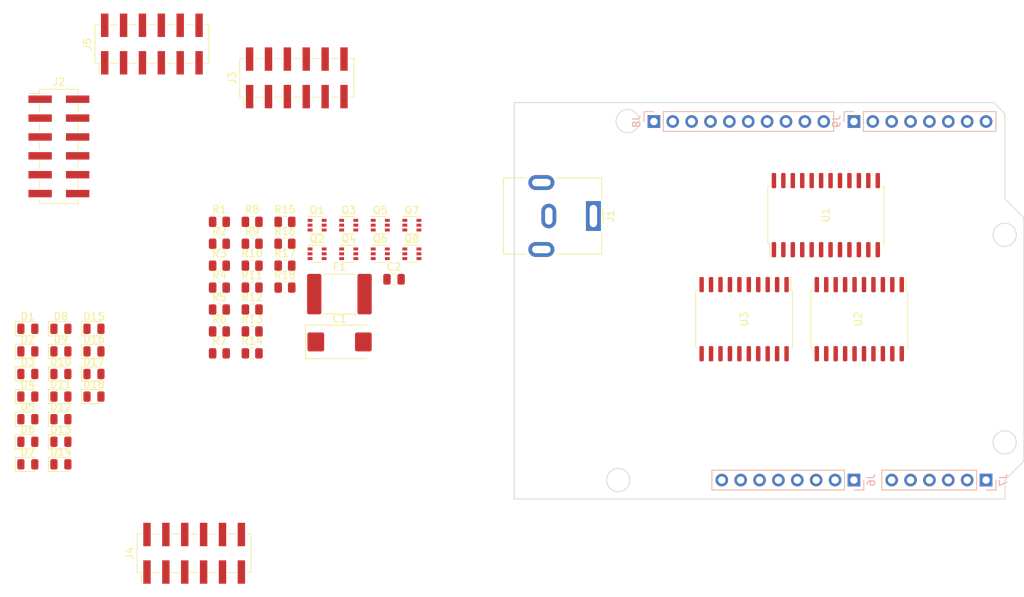
<source format=kicad_pcb>
(kicad_pcb (version 20221018) (generator pcbnew)
  (layers (0 "F.Cu" signal) (31 "B.Cu" signal) (34 "B.Paste" user) (35 "F.Paste" user) (36 "B.SilkS" user "B.Silkscreen") (37 "F.SilkS" user "F.Silkscreen") (38 "B.Mask" user) (39 "F.Mask" user) (44 "Edge.Cuts" user))
  (net 0 "")
  (net 1 "+9V")
  (net 2 "GND")
  (net 3 "+5V")
  (net 4 "Net-(D1-K)")
  (net 5 "Net-(D1-A)")
  (net 6 "Net-(D2-K)")
  (net 7 "Net-(D2-A)")
  (net 8 "Net-(D3-K)")
  (net 9 "Net-(D3-A)")
  (net 10 "Net-(D4-K)")
  (net 11 "Net-(D4-A)")
  (net 12 "Net-(D5-K)")
  (net 13 "Net-(D5-A)")
  (net 14 "Net-(D6-K)")
  (net 15 "Net-(D6-A)")
  (net 16 "Net-(D7-K)")
  (net 17 "Net-(D7-A)")
  (net 18 "Net-(D8-K)")
  (net 19 "Net-(D8-A)")
  (net 20 "Net-(D9-K)")
  (net 21 "Net-(D9-A)")
  (net 22 "Net-(D10-K)")
  (net 23 "Net-(D10-A)")
  (net 24 "Net-(D11-K)")
  (net 25 "Net-(D11-A)")
  (net 26 "Net-(D12-K)")
  (net 27 "Net-(D12-A)")
  (net 28 "Net-(D13-K)")
  (net 29 "Net-(D13-A)")
  (net 30 "Net-(D14-K)")
  (net 31 "Net-(D14-A)")
  (net 32 "Net-(D15-K)")
  (net 33 "Net-(D15-A)")
  (net 34 "Net-(D16-K)")
  (net 35 "Net-(D16-A)")
  (net 36 "Net-(D17-A)")
  (net 37 "Net-(D18-A)")
  (net 38 "/9V_IN")
  (net 39 "2-CS")
  (net 40 "DIN")
  (net 41 "~{RDY}")
  (net 42 "~{RST}")
  (net 43 "DOUT")
  (net 44 "+3V3")
  (net 45 "2-CS_T1")
  (net 46 "2-CS_T2")
  (net 47 "CLK")
  (net 48 "2-CS_T3")
  (net 49 "1-CS")
  (net 50 "1-CS_T1")
  (net 51 "1-CS_T2")
  (net 52 "1-CS_T3")
  (net 53 "3-CS")
  (net 54 "3-CS_T1")
  (net 55 "3-CS_T2")
  (net 56 "3-CS_T3")
  (net 57 "4-CS")
  (net 59 "4-CS_T1")
  (net 60 "4-CS_T2")
  (net 61 "4-CS_T3")
  (net 62 "Vin")
  (net 63 "Reset")
  (net 64 "IOREF")
  (net 66 "A5")
  (net 67 "A4")
  (net 68 "A3")
  (net 69 "A2")
  (net 70 "A1")
  (net 71 "A0")
  (net 72 "SCL")
  (net 73 "SDA")
  (net 74 "AREF")
  (net 75 "D13")
  (net 76 "D12")
  (net 77 "D11")
  (net 78 "D10")
  (net 79 "D9")
  (net 80 "D8")
  (net 81 "D7")
  (net 82 "D6")
  (net 83 "D3")
  (net 84 "Inv_4T1")
  (net 85 "Inv_4")
  (net 86 "Inv_3T3")
  (net 87 "Inv_3T2")
  (net 88 "Inv_3T1")
  (net 89 "Inv_3")
  (net 90 "Inv_2T3")
  (net 91 "Inv_2T2")
  (net 92 "Inv_2T1")
  (net 93 "Inv_2")
  (net 94 "Inv_1T3")
  (net 95 "Inv_1T2")
  (net 96 "Inv_4T3")
  (net 97 "Inv_4T2")
  (net 98 "Inv_1T1")
  (net 99 "Inv_1")
  (footprint "Resistor_SMD:R_0805_2012Metric" (layer "F.Cu") (at 81.305 109.7)
    (fp_text reference "R12" (at 0 -1.65) (layer "F.SilkS"))
    (fp_text value "1K")
    (pad "1" smd roundrect (at -0.9125 0) (size 1.025 1.4) (layers "F.Cu" "F.Paste" "F.Mask") (roundrect_rratio 0.243902) (net 3 "+5V"))
    (pad "2" smd roundrect (at 0.9125 0) (size 1.025 1.4) (layers "F.Cu" "F.Paste" "F.Mask") (roundrect_rratio 0.243902) (net 27 "Net-(D12-A)"))
  )
  (footprint "LED_SMD:LED_0805_2012Metric" (layer "F.Cu") (at 60.015 118.375)
    (fp_text reference "D17" (at 0 -1.65) (layer "F.SilkS"))
    (fp_text value "GREEN LED")
    (pad "1" smd roundrect (at -0.9375 0) (size 0.975 1.4) (layers "F.Cu" "F.Paste" "F.Mask") (net 2 "GND"))
    (pad "2" smd roundrect (at 0.9375 0) (size 0.975 1.4) (layers "F.Cu" "F.Paste" "F.Mask") (net 36 "Net-(D17-A)"))
  )
  (footprint "Resistor_SMD:R_0805_2012Metric" (layer "F.Cu") (at 85.715 97.9)
    (fp_text reference "R15" (at 0 -1.65) (layer "F.SilkS"))
    (fp_text value "1K")
    (pad "1" smd roundrect (at -0.9125 0) (size 1.025 1.4) (layers "F.Cu" "F.Paste" "F.Mask") (roundrect_rratio 0.243902) (net 3 "+5V"))
    (pad "2" smd roundrect (at 0.9125 0) (size 1.025 1.4) (layers "F.Cu" "F.Paste" "F.Mask") (roundrect_rratio 0.243902) (net 33 "Net-(D15-A)"))
  )
  (footprint "Connector_PinHeader_2.54mm:PinHeader_2x06_P2.54mm_Vertical_SMD" (layer "F.Cu") (at 87.31 78.525 90)
    (fp_text reference "J3" (at 0 -8.68 90) (layer "F.SilkS"))
    (fp_text value "PH2-12-UA")
    (pad "1" smd rect (at -2.525 -6.35 90) (size 3.15 1) (layers "F.Cu" "F.Paste" "F.Mask") (net 49 "1-CS"))
    (pad "2" smd rect (at 2.525 -6.35 90) (size 3.15 1) (layers "F.Cu" "F.Paste" "F.Mask") (net 40 "DIN"))
    (pad "3" smd rect (at -2.525 -3.81 90) (size 3.15 1) (layers "F.Cu" "F.Paste" "F.Mask") (net 41 "~{RDY}"))
    (pad "4" smd rect (at 2.525 -3.81 90) (size 3.15 1) (layers "F.Cu" "F.Paste" "F.Mask") (net 42 "~{RST}"))
    (pad "5" smd rect (at -2.525 -1.27 90) (size 3.15 1) (layers "F.Cu" "F.Paste" "F.Mask") (net 43 "DOUT"))
    (pad "6" smd rect (at 2.525 -1.27 90) (size 3.15 1) (layers "F.Cu" "F.Paste" "F.Mask") (net 44 "+3V3"))
    (pad "7" smd rect (at -2.525 1.27 90) (size 3.15 1) (layers "F.Cu" "F.Paste" "F.Mask") (net 50 "1-CS_T1"))
    (pad "8" smd rect (at 2.525 1.27 90) (size 3.15 1) (layers "F.Cu" "F.Paste" "F.Mask") (net 51 "1-CS_T2"))
    (pad "9" smd rect (at -2.525 3.81 90) (size 3.15 1) (layers "F.Cu" "F.Paste" "F.Mask") (net 1 "+9V"))
    (pad "10" smd rect (at 2.525 3.81 90) (size 3.15 1) (layers "F.Cu" "F.Paste" "F.Mask") (net 47 "CLK"))
    (pad "11" smd rect (at -2.525 6.35 90) (size 3.15 1) (layers "F.Cu" "F.Paste" "F.Mask") (net 52 "1-CS_T3"))
    (pad "12" smd rect (at 2.525 6.35 90) (size 3.15 1) (layers "F.Cu" "F.Paste" "F.Mask") (net 2 "GND"))
  )
  (footprint "Package_TO_SOT_SMD:SOT-363_SC-70-6" (layer "F.Cu") (at 94.295 102.2)
    (fp_text reference "Q4" (at 0 -2) (layer "F.SilkS"))
    (fp_text value "Q_Dual_NMOS_S1G1D2S2G2D1")
    (pad "1" smd rect (at -0.95 -0.65) (size 0.65 0.4) (layers "F.Cu" "F.Paste" "F.Mask") (net 90 "Inv_2T3"))
    (pad "2" smd rect (at -0.95 0) (size 0.65 0.4) (layers "F.Cu" "F.Paste" "F.Mask") (net 2 "GND"))
    (pad "3" smd rect (at -0.95 0.65) (size 0.65 0.4) (layers "F.Cu" "F.Paste" "F.Mask") (net 20 "Net-(D9-K)"))
    (pad "4" smd rect (at 0.95 0.65) (size 0.65 0.4) (layers "F.Cu" "F.Paste" "F.Mask") (net 91 "Inv_2T2"))
    (pad "5" smd rect (at 0.95 0) (size 0.65 0.4) (layers "F.Cu" "F.Paste" "F.Mask") (net 2 "GND"))
    (pad "6" smd rect (at 0.95 -0.65) (size 0.65 0.4) (layers "F.Cu" "F.Paste" "F.Mask") (net 16 "Net-(D7-K)"))
  )
  (footprint "LED_SMD:LED_0805_2012Metric" (layer "F.Cu") (at 55.565 124.455)
    (fp_text reference "D12" (at 0 -1.65) (layer "F.SilkS"))
    (fp_text value "BLUE LED")
    (pad "1" smd roundrect (at -0.9375 0) (size 0.975 1.4) (layers "F.Cu" "F.Paste" "F.Mask") (net 26 "Net-(D12-K)"))
    (pad "2" smd roundrect (at 0.9375 0) (size 0.975 1.4) (layers "F.Cu" "F.Paste" "F.Mask") (net 27 "Net-(D12-A)"))
  )
  (footprint "Package_TO_SOT_SMD:SOT-363_SC-70-6" (layer "F.Cu") (at 94.295 98.35)
    (fp_text reference "Q3" (at 0 -2) (layer "F.SilkS"))
    (fp_text value "Q_Dual_NMOS_S1G1D2S2G2D1")
    (pad "1" smd rect (at -0.95 -0.65) (size 0.65 0.4) (layers "F.Cu" "F.Paste" "F.Mask") (net 88 "Inv_3T1"))
    (pad "2" smd rect (at -0.95 0) (size 0.65 0.4) (layers "F.Cu" "F.Paste" "F.Mask") (net 2 "GND"))
    (pad "3" smd rect (at -0.95 0.65) (size 0.65 0.4) (layers "F.Cu" "F.Paste" "F.Mask") (net 12 "Net-(D5-K)"))
    (pad "4" smd rect (at 0.95 0.65) (size 0.65 0.4) (layers "F.Cu" "F.Paste" "F.Mask") (net 89 "Inv_3"))
    (pad "5" smd rect (at 0.95 0) (size 0.65 0.4) (layers "F.Cu" "F.Paste" "F.Mask") (net 2 "GND"))
    (pad "6" smd rect (at 0.95 -0.65) (size 0.65 0.4) (layers "F.Cu" "F.Paste" "F.Mask") (net 14 "Net-(D6-K)"))
  )
  (footprint "Package_SO:SOIC-24W_7.5x15.4mm_P1.27mm" (layer "F.Cu") (at 158.5 97 90)
    (fp_text reference "U1" (at 0 0 90) (layer "F.SilkS"))
    (fp_text value "CD74HCT154M")
    (pad "1" smd roundrect (at -4.65 -6.985 90) (size 2.05 0.6) (layers "F.Cu" "F.Paste" "F.Mask") (net 49 "1-CS"))
    (pad "2" smd roundrect (at -4.65 -5.715 90) (size 2.05 0.6) (layers "F.Cu" "F.Paste" "F.Mask") (net 50 "1-CS_T1"))
    (pad "3" smd roundrect (at -4.65 -4.445 90) (size 2.05 0.6) (layers "F.Cu" "F.Paste" "F.Mask") (net 51 "1-CS_T2"))
    (pad "4" smd roundrect (at -4.65 -3.175 90) (size 2.05 0.6) (layers "F.Cu" "F.Paste" "F.Mask") (net 52 "1-CS_T3"))
    (pad "5" smd roundrect (at -4.65 -1.905 90) (size 2.05 0.6) (layers "F.Cu" "F.Paste" "F.Mask") (net 39 "2-CS"))
    (pad "6" smd roundrect (at -4.65 -0.635 90) (size 2.05 0.6) (layers "F.Cu" "F.Paste" "F.Mask") (net 45 "2-CS_T1"))
    (pad "7" smd roundrect (at -4.65 0.635 90) (size 2.05 0.6) (layers "F.Cu" "F.Paste" "F.Mask") (net 46 "2-CS_T2"))
    (pad "8" smd roundrect (at -4.65 1.905 90) (size 2.05 0.6) (layers "F.Cu" "F.Paste" "F.Mask") (net 48 "2-CS_T3"))
    (pad "9" smd roundrect (at -4.65 3.175 90) (size 2.05 0.6) (layers "F.Cu" "F.Paste" "F.Mask") (net 53 "3-CS"))
    (pad "10" smd roundrect (at -4.65 4.445 90) (size 2.05 0.6) (layers "F.Cu" "F.Paste" "F.Mask") (net 54 "3-CS_T1"))
    (pad "11" smd roundrect (at -4.65 5.715 90) (size 2.05 0.6) (layers "F.Cu" "F.Paste" "F.Mask") (net 55 "3-CS_T2"))
    (pad "12" smd roundrect (at -4.65 6.985 90) (size 2.05 0.6) (layers "F.Cu" "F.Paste" "F.Mask") (net 2 "GND"))
    (pad "13" smd roundrect (at 4.65 6.985 90) (size 2.05 0.6) (layers "F.Cu" "F.Paste" "F.Mask") (net 56 "3-CS_T3"))
    (pad "14" smd roundrect (at 4.65 5.715 90) (size 2.05 0.6) (layers "F.Cu" "F.Paste" "F.Mask") (net 57 "4-CS"))
    (pad "15" smd roundrect (at 4.65 4.445 90) (size 2.05 0.6) (layers "F.Cu" "F.Paste" "F.Mask") (net 59 "4-CS_T1"))
    (pad "16" smd roundrect (at 4.65 3.175 90) (size 2.05 0.6) (layers "F.Cu" "F.Paste" "F.Mask") (net 60 "4-CS_T2"))
    (pad "17" smd roundrect (at 4.65 1.905 90) (size 2.05 0.6) (layers "F.Cu" "F.Paste" "F.Mask") (net 61 "4-CS_T3"))
    (pad "18" smd roundrect (at 4.65 0.635 90) (size 2.05 0.6) (layers "F.Cu" "F.Paste" "F.Mask") (net 2 "GND"))
    (pad "19" smd roundrect (at 4.65 -0.635 90) (size 2.05 0.6) (layers "F.Cu" "F.Paste" "F.Mask") (net 2 "GND"))
    (pad "20" smd roundrect (at 4.65 -1.905 90) (size 2.05 0.6) (layers "F.Cu" "F.Paste" "F.Mask") (net 80 "D8"))
    (pad "21" smd roundrect (at 4.65 -3.175 90) (size 2.05 0.6) (layers "F.Cu" "F.Paste" "F.Mask") (net 79 "D9"))
    (pad "22" smd roundrect (at 4.65 -4.445 90) (size 2.05 0.6) (layers "F.Cu" "F.Paste" "F.Mask") (net 78 "D10"))
    (pad "23" smd roundrect (at 4.65 -5.715 90) (size 2.05 0.6) (layers "F.Cu" "F.Paste" "F.Mask") (net 77 "D11"))
    (pad "24" smd roundrect (at 4.65 -6.985 90) (size 2.05 0.6) (layers "F.Cu" "F.Paste" "F.Mask") (net 3 "+5V"))
  )
  (footprint "Package_TO_SOT_SMD:SOT-363_SC-70-6" (layer "F.Cu") (at 98.545 98.35)
    (fp_text reference "Q5" (at 0 -2) (layer "F.SilkS"))
    (fp_text value "Q_Dual_NMOS_S1G1D2S2G2D1")
    (pad "1" smd rect (at -0.95 -0.65) (size 0.65 0.4) (layers "F.Cu" "F.Paste" "F.Mask") (net 92 "Inv_2T1"))
    (pad "2" smd rect (at -0.95 0) (size 0.65 0.4) (layers "F.Cu" "F.Paste" "F.Mask") (net 2 "GND"))
    (pad "3" smd rect (at -0.95 0.65) (size 0.65 0.4) (layers "F.Cu" "F.Paste" "F.Mask") (net 24 "Net-(D11-K)"))
    (pad "4" smd rect (at 0.95 0.65) (size 0.65 0.4) (layers "F.Cu" "F.Paste" "F.Mask") (net 93 "Inv_2"))
    (pad "5" smd rect (at 0.95 0) (size 0.65 0.4) (layers "F.Cu" "F.Paste" "F.Mask") (net 2 "GND"))
    (pad "6" smd rect (at 0.95 -0.65) (size 0.65 0.4) (layers "F.Cu" "F.Paste" "F.Mask") (net 18 "Net-(D8-K)"))
  )
  (footprint "Resistor_SMD:R_0805_2012Metric" (layer "F.Cu") (at 76.895 103.8)
    (fp_text reference "R3" (at 0 -1.65) (layer "F.SilkS"))
    (fp_text value "1K")
    (pad "1" smd roundrect (at -0.9125 0) (size 1.025 1.4) (layers "F.Cu" "F.Paste" "F.Mask") (roundrect_rratio 0.243902) (net 3 "+5V"))
    (pad "2" smd roundrect (at 0.9125 0) (size 1.025 1.4) (layers "F.Cu" "F.Paste" "F.Mask") (roundrect_rratio 0.243902) (net 9 "Net-(D3-A)"))
  )
  (footprint "Package_TO_SOT_SMD:SOT-363_SC-70-6" (layer "F.Cu") (at 90.045 102.2)
    (fp_text reference "Q2" (at 0 -2) (layer "F.SilkS"))
    (fp_text value "Q_Dual_NMOS_S1G1D2S2G2D1")
    (pad "1" smd rect (at -0.95 -0.65) (size 0.65 0.4) (layers "F.Cu" "F.Paste" "F.Mask") (net 86 "Inv_3T3"))
    (pad "2" smd rect (at -0.95 0) (size 0.65 0.4) (layers "F.Cu" "F.Paste" "F.Mask") (net 2 "GND"))
    (pad "3" smd rect (at -0.95 0.65) (size 0.65 0.4) (layers "F.Cu" "F.Paste" "F.Mask") (net 8 "Net-(D3-K)"))
    (pad "4" smd rect (at 0.95 0.65) (size 0.65 0.4) (layers "F.Cu" "F.Paste" "F.Mask") (net 87 "Inv_3T2"))
    (pad "5" smd rect (at 0.95 0) (size 0.65 0.4) (layers "F.Cu" "F.Paste" "F.Mask") (net 2 "GND"))
    (pad "6" smd rect (at 0.95 -0.65) (size 0.65 0.4) (layers "F.Cu" "F.Paste" "F.Mask") (net 10 "Net-(D4-K)"))
  )
  (footprint "LED_SMD:LED_0805_2012Metric" (layer "F.Cu") (at 55.565 118.375)
    (fp_text reference "D10" (at 0 -1.65) (layer "F.SilkS"))
    (fp_text value "BLUE LED")
    (pad "1" smd roundrect (at -0.9375 0) (size 0.975 1.4) (layers "F.Cu" "F.Paste" "F.Mask") (net 22 "Net-(D10-K)"))
    (pad "2" smd roundrect (at 0.9375 0) (size 0.975 1.4) (layers "F.Cu" "F.Paste" "F.Mask") (net 23 "Net-(D10-A)"))
  )
  (footprint "Connector_PinHeader_2.54mm:PinHeader_2x06_P2.54mm_Vertical_SMD" (layer "F.Cu") (at 67.81 73.975 90)
    (fp_text reference "J5" (at 0 -8.68 90) (layer "F.SilkS"))
    (fp_text value "PH2-12-UA")
    (pad "1" smd rect (at -2.525 -6.35 90) (size 3.15 1) (layers "F.Cu" "F.Paste" "F.Mask") (net 57 "4-CS"))
    (pad "2" smd rect (at 2.525 -6.35 90) (size 3.15 1) (layers "F.Cu" "F.Paste" "F.Mask") (net 40 "DIN"))
    (pad "3" smd rect (at -2.525 -3.81 90) (size 3.15 1) (layers "F.Cu" "F.Paste" "F.Mask") (net 41 "~{RDY}"))
    (pad "4" smd rect (at 2.525 -3.81 90) (size 3.15 1) (layers "F.Cu" "F.Paste" "F.Mask") (net 42 "~{RST}"))
    (pad "5" smd rect (at -2.525 -1.27 90) (size 3.15 1) (layers "F.Cu" "F.Paste" "F.Mask"))
    (pad "6" smd rect (at 2.525 -1.27 90) (size 3.15 1) (layers "F.Cu" "F.Paste" "F.Mask") (net 44 "+3V3"))
    (pad "7" smd rect (at -2.525 1.27 90) (size 3.15 1) (layers "F.Cu" "F.Paste" "F.Mask") (net 59 "4-CS_T1"))
    (pad "8" smd rect (at 2.525 1.27 90) (size 3.15 1) (layers "F.Cu" "F.Paste" "F.Mask") (net 60 "4-CS_T2"))
    (pad "9" smd rect (at -2.525 3.81 90) (size 3.15 1) (layers "F.Cu" "F.Paste" "F.Mask") (net 1 "+9V"))
    (pad "10" smd rect (at 2.525 3.81 90) (size 3.15 1) (layers "F.Cu" "F.Paste" "F.Mask") (net 47 "CLK"))
    (pad "11" smd rect (at -2.525 6.35 90) (size 3.15 1) (layers "F.Cu" "F.Paste" "F.Mask") (net 61 "4-CS_T3"))
    (pad "12" smd rect (at 2.525 6.35 90) (size 3.15 1) (layers "F.Cu" "F.Paste" "F.Mask") (net 2 "GND"))
  )
  (footprint "LED_SMD:LED_0805_2012Metric" (layer "F.Cu") (at 51.115 118.375)
    (fp_text reference "D3" (at 0 -1.65) (layer "F.SilkS"))
    (fp_text value "BLUE LED")
    (pad "1" smd roundrect (at -0.9375 0) (size 0.975 1.4) (layers "F.Cu" "F.Paste" "F.Mask") (net 8 "Net-(D3-K)"))
    (pad "2" smd roundrect (at 0.9375 0) (size 0.975 1.4) (layers "F.Cu" "F.Paste" "F.Mask") (net 9 "Net-(D3-A)"))
  )
  (footprint "Fuse:Fuse_2920_7451Metric" (layer "F.Cu") (at 93.045 107.63)
    (fp_text reference "F1" (at 0 -3.68) (layer "F.SilkS"))
    (fp_text value "0ZCF0125FF2C")
    (pad "1" smd roundrect (at -3.3875 0) (size 1.925 5.45) (layers "F.Cu" "F.Paste" "F.Mask") (roundrect_rratio 0.12987) (net 38 "/9V_IN"))
    (pad "2" smd roundrect (at 3.3875 0) (size 1.925 5.45) (layers "F.Cu" "F.Paste" "F.Mask") (roundrect_rratio 0.12987) (net 1 "+9V"))
  )
  (footprint "Resistor_SMD:R_0805_2012Metric" (layer "F.Cu") (at 81.305 103.8)
    (fp_text reference "R10" (at 0 -1.65) (layer "F.SilkS"))
    (fp_text value "1K")
    (pad "1" smd roundrect (at -0.9125 0) (size 1.025 1.4) (layers "F.Cu" "F.Paste" "F.Mask") (roundrect_rratio 0.243902) (net 3 "+5V"))
    (pad "2" smd roundrect (at 0.9125 0) (size 1.025 1.4) (layers "F.Cu" "F.Paste" "F.Mask") (roundrect_rratio 0.243902) (net 23 "Net-(D10-A)"))
  )
  (footprint "LED_SMD:LED_0805_2012Metric" (layer "F.Cu") (at 60.015 121.415)
    (fp_text reference "D18" (at 0 -1.65) (layer "F.SilkS"))
    (fp_text value "RED LED")
    (pad "1" smd roundrect (at -0.9375 0) (size 0.975 1.4) (layers "F.Cu" "F.Paste" "F.Mask") (net 2 "GND"))
    (pad "2" smd roundrect (at 0.9375 0) (size 0.975 1.4) (layers "F.Cu" "F.Paste" "F.Mask") (net 37 "Net-(D18-A)"))
  )
  (footprint "LED_SMD:LED_0805_2012Metric" (layer "F.Cu") (at 51.115 115.335)
    (fp_text reference "D2" (at 0 -1.65) (layer "F.SilkS"))
    (fp_text value "BLUE LED")
    (pad "1" smd roundrect (at -0.9375 0) (size 0.975 1.4) (layers "F.Cu" "F.Paste" "F.Mask") (net 6 "Net-(D2-K)"))
    (pad "2" smd roundrect (at 0.9375 0) (size 0.975 1.4) (layers "F.Cu" "F.Paste" "F.Mask") (net 7 "Net-(D2-A)"))
  )
  (footprint "Resistor_SMD:R_0805_2012Metric" (layer "F.Cu") (at 81.305 112.65)
    (fp_text reference "R13" (at 0 -1.65) (layer "F.SilkS"))
    (fp_text value "1K")
    (pad "1" smd roundrect (at -0.9125 0) (size 1.025 1.4) (layers "F.Cu" "F.Paste" "F.Mask") (roundrect_rratio 0.243902) (net 3 "+5V"))
    (pad "2" smd roundrect (at 0.9125 0) (size 1.025 1.4) (layers "F.Cu" "F.Paste" "F.Mask") (roundrect_rratio 0.243902) (net 29 "Net-(D13-A)"))
  )
  (footprint "LED_SMD:LED_0805_2012Metric" (layer "F.Cu") (at 55.565 112.295)
    (fp_text reference "D8" (at 0 -1.65) (layer "F.SilkS"))
    (fp_text value "BLUE LED")
    (pad "1" smd roundrect (at -0.9375 0) (size 0.975 1.4) (layers "F.Cu" "F.Paste" "F.Mask") (net 18 "Net-(D8-K)"))
    (pad "2" smd roundrect (at 0.9375 0) (size 0.975 1.4) (layers "F.Cu" "F.Paste" "F.Mask") (net 19 "Net-(D8-A)"))
  )
  (footprint "LED_SMD:LED_0805_2012Metric" (layer "F.Cu") (at 51.115 112.295)
    (fp_text reference "D1" (at 0 -1.65) (layer "F.SilkS"))
    (fp_text value "BLUE LED")
    (pad "1" smd roundrect (at -0.9375 0) (size 0.975 1.4) (layers "F.Cu" "F.Paste" "F.Mask") (net 4 "Net-(D1-K)"))
    (pad "2" smd roundrect (at 0.9375 0) (size 0.975 1.4) (layers "F.Cu" "F.Paste" "F.Mask") (net 5 "Net-(D1-A)"))
  )
  (footprint "Connector_PinHeader_2.54mm:PinHeader_2x06_P2.54mm_Vertical_SMD" (layer "F.Cu") (at 73.5 142.5 90)
    (fp_text reference "J4" (at 0 -8.68 90) (layer "F.SilkS"))
    (fp_text value "PH2-12-UA")
    (pad "1" smd rect (at -2.525 -6.35 90) (size 3.15 1) (layers "F.Cu" "F.Paste" "F.Mask") (net 53 "3-CS"))
    (pad "2" smd rect (at 2.525 -6.35 90) (size 3.15 1) (layers "F.Cu" "F.Paste" "F.Mask") (net 40 "DIN"))
    (pad "3" smd rect (at -2.525 -3.81 90) (size 3.15 1) (layers "F.Cu" "F.Paste" "F.Mask") (net 41 "~{RDY}"))
    (pad "4" smd rect (at 2.525 -3.81 90) (size 3.15 1) (layers "F.Cu" "F.Paste" "F.Mask") (net 42 "~{RST}"))
    (pad "5" smd rect (at -2.525 -1.27 90) (size 3.15 1) (layers "F.Cu" "F.Paste" "F.Mask") (net 43 "DOUT"))
    (pad "6" smd rect (at 2.525 -1.27 90) (size 3.15 1) (layers "F.Cu" "F.Paste" "F.Mask") (net 44 "+3V3"))
    (pad "7" smd rect (at -2.525 1.27 90) (size 3.15 1) (layers "F.Cu" "F.Paste" "F.Mask") (net 54 "3-CS_T1"))
    (pad "8" smd rect (at 2.525 1.27 90) (size 3.15 1) (layers "F.Cu" "F.Paste" "F.Mask") (net 55 "3-CS_T2"))
    (pad "9" smd rect (at -2.525 3.81 90) (size 3.15 1) (layers "F.Cu" "F.Paste" "F.Mask") (net 1 "+9V"))
    (pad "10" smd rect (at 2.525 3.81 90) (size 3.15 1) (layers "F.Cu" "F.Paste" "F.Mask") (net 47 "CLK"))
    (pad "11" smd rect (at -2.525 6.35 90) (size 3.15 1) (layers "F.Cu" "F.Paste" "F.Mask") (net 56 "3-CS_T3"))
    (pad "12" smd rect (at 2.525 6.35 90) (size 3.15 1) (layers "F.Cu" "F.Paste" "F.Mask") (net 2 "GND"))
  )
  (footprint "Resistor_SMD:R_0805_2012Metric" (layer "F.Cu") (at 81.305 115.6)
    (fp_text reference "R14" (at 0 -1.65) (layer "F.SilkS"))
    (fp_text value "1K")
    (pad "1" smd roundrect (at -0.9125 0) (size 1.025 1.4) (layers "F.Cu" "F.Paste" "F.Mask") (roundrect_rratio 0.243902) (net 3 "+5V"))
    (pad "2" smd roundrect (at 0.9125 0) (size 1.025 1.4) (layers "F.Cu" "F.Paste" "F.Mask") (roundrect_rratio 0.243902) (net 31 "Net-(D14-A)"))
  )
  (footprint "Resistor_SMD:R_0805_2012Metric" (layer "F.Cu") (at 76.895 100.85)
    (fp_text reference "R2" (at 0 -1.65) (layer "F.SilkS"))
    (fp_text value "1K")
    (pad "1" smd roundrect (at -0.9125 0) (size 1.025 1.4) (layers "F.Cu" "F.Paste" "F.Mask") (roundrect_rratio 0.243902) (net 3 "+5V"))
    (pad "2" smd roundrect (at 0.9125 0) (size 1.025 1.4) (layers "F.Cu" "F.Paste" "F.Mask") (roundrect_rratio 0.243902) (net 7 "Net-(D2-A)"))
  )
  (footprint "LED_SMD:LED_0805_2012Metric" (layer "F.Cu") (at 51.115 127.495)
    (fp_text reference "D6" (at 0 -1.65) (layer "F.SilkS"))
    (fp_text value "BLUE LED")
    (pad "1" smd roundrect (at -0.9375 0) (size 0.975 1.4) (layers "F.Cu" "F.Paste" "F.Mask") (net 14 "Net-(D6-K)"))
    (pad "2" smd roundrect (at 0.9375 0) (size 0.975 1.4) (layers "F.Cu" "F.Paste" "F.Mask") (net 15 "Net-(D6-A)"))
  )
  (footprint "LED_SMD:LED_0805_2012Metric" (layer "F.Cu") (at 55.565 127.495)
    (fp_text reference "D13" (at 0 -1.65) (layer "F.SilkS"))
    (fp_text value "BLUE LED")
    (pad "1" smd roundrect (at -0.9375 0) (size 0.975 1.4) (layers "F.Cu" "F.Paste" "F.Mask") (net 28 "Net-(D13-K)"))
    (pad "2" smd roundrect (at 0.9375 0) (size 0.975 1.4) (layers "F.Cu" "F.Paste" "F.Mask") (net 29 "Net-(D13-A)"))
  )
  (footprint "Resistor_SMD:R_0805_2012Metric" (layer "F.Cu") (at 76.895 115.6)
    (fp_text reference "R7" (at 0 -1.65) (layer "F.SilkS"))
    (fp_text value "1K")
    (pad "1" smd roundrect (at -0.9125 0) (size 1.025 1.4) (layers "F.Cu" "F.Paste" "F.Mask") (roundrect_rratio 0.243902) (net 3 "+5V"))
    (pad "2" smd roundrect (at 0.9125 0) (size 1.025 1.4) (layers "F.Cu" "F.Paste" "F.Mask") (roundrect_rratio 0.243902) (net 17 "Net-(D7-A)"))
  )
  (footprint "Package_TO_SOT_SMD:SOT-363_SC-70-6" (layer "F.Cu") (at 98.545 102.2)
    (fp_text reference "Q6" (at 0 -2) (layer "F.SilkS"))
    (fp_text value "Q_Dual_NMOS_S1G1D2S2G2D1")
    (pad "1" smd rect (at -0.95 -0.65) (size 0.65 0.4) (layers "F.Cu" "F.Paste" "F.Mask") (net 94 "Inv_1T3"))
    (pad "2" smd rect (at -0.95 0) (size 0.65 0.4) (layers "F.Cu" "F.Paste" "F.Mask") (net 2 "GND"))
    (pad "3" smd rect (at -0.95 0.65) (size 0.65 0.4) (layers "F.Cu" "F.Paste" "F.Mask") (net 26 "Net-(D12-K)"))
    (pad "4" smd rect (at 0.95 0.65) (size 0.65 0.4) (layers "F.Cu" "F.Paste" "F.Mask") (net 95 "Inv_1T2"))
    (pad "5" smd rect (at 0.95 0) (size 0.65 0.4) (layers "F.Cu" "F.Paste" "F.Mask") (net 2 "GND"))
    (pad "6" smd rect (at 0.95 -0.65) (size 0.65 0.4) (layers "F.Cu" "F.Paste" "F.Mask") (net 22 "Net-(D10-K)"))
  )
  (footprint "LED_SMD:LED_0805_2012Metric" (layer "F.Cu") (at 51.115 124.455)
    (fp_text reference "D5" (at 0 -1.65) (layer "F.SilkS"))
    (fp_text value "BLUE LED")
    (pad "1" smd roundrect (at -0.9375 0) (size 0.975 1.4) (layers "F.Cu" "F.Paste" "F.Mask") (net 12 "Net-(D5-K)"))
    (pad "2" smd roundrect (at 0.9375 0) (size 0.975 1.4) (layers "F.Cu" "F.Paste" "F.Mask") (net 13 "Net-(D5-A)"))
  )
  (footprint "Package_TO_SOT_SMD:SOT-363_SC-70-6" (layer "F.Cu") (at 102.795 102.2)
    (fp_text reference "Q8" (at 0 -2) (layer "F.SilkS"))
    (fp_text value "Q_Dual_NMOS_S1G1D2S2G2D1")
    (pad "1" smd rect (at -0.95 -0.65) (size 0.65 0.4) (layers "F.Cu" "F.Paste" "F.Mask") (net 98 "Inv_1T1"))
    (pad "2" smd rect (at -0.95 0) (size 0.65 0.4) (layers "F.Cu" "F.Paste" "F.Mask") (net 2 "GND"))
    (pad "3" smd rect (at -0.95 0.65) (size 0.65 0.4) (layers "F.Cu" "F.Paste" "F.Mask") (net 34 "Net-(D16-K)"))
    (pad "4" smd rect (at 0.95 0.65) (size 0.65 0.4) (layers "F.Cu" "F.Paste" "F.Mask") (net 99 "Inv_1"))
    (pad "5" smd rect (at 0.95 0) (size 0.65 0.4) (layers "F.Cu" "F.Paste" "F.Mask") (net 2 "GND"))
    (pad "6" smd rect (at 0.95 -0.65) (size 0.65 0.4) (layers "F.Cu" "F.Paste" "F.Mask") (net 32 "Net-(D15-K)"))
  )
  (footprint "Connector_BarrelJack:BarrelJack_CUI_PJ-063AH_Horizontal" (layer "F.Cu") (at 127.22 97.12 -90)
    (fp_text reference "J1" (at 0 -2.3 90) (layer "F.SilkS"))
    (fp_text value "Barrel_Jack")
    (pad "" np_thru_hole circle locked (at 0 9 270) (size 1.6 1.6) (drill 1.6) (layers "*.Cu" "*.Mask"))
    (pad "1" thru_hole rect locked (at 0 0 270) (size 4 2) (drill oval 3 1) (layers "*.Cu" "*.Mask") (net 38 "/9V_IN"))
    (pad "2" thru_hole oval locked (at 0 6 270) (size 3.3 2) (drill oval 2.3 1) (layers "*.Cu" "*.Mask") (net 2 "GND"))
    (pad "MP" thru_hole oval locked (at -4.5 7 270) (size 2 3.5) (drill oval 1 2.5) (layers "*.Cu" "*.Mask"))
    (pad "MP" thru_hole oval locked (at 4.5 7 270) (size 2 3.5) (drill oval 1 2.5) (layers "*.Cu" "*.Mask"))
  )
  (footprint "Resistor_SMD:R_0805_2012Metric" (layer "F.Cu") (at 76.895 109.7)
    (fp_text reference "R5" (at 0 -1.65) (layer "F.SilkS"))
    (fp_text value "1K")
    (pad "1" smd roundrect (at -0.9125 0) (size 1.025 1.4) (layers "F.Cu" "F.Paste" "F.Mask") (roundrect_rratio 0.243902) (net 3 "+5V"))
    (pad "2" smd roundrect (at 0.9125 0) (size 1.025 1.4) (layers "F.Cu" "F.Paste" "F.Mask") (roundrect_rratio 0.243902) (net 13 "Net-(D5-A)"))
  )
  (footprint "Package_TO_SOT_SMD:SOT-363_SC-70-6" (layer "F.Cu") (at 102.795 98.35)
    (fp_text reference "Q7" (at 0 -2) (layer "F.SilkS"))
    (fp_text value "Q_Dual_NMOS_S1G1D2S2G2D1")
    (pad "1" smd rect (at -0.95 -0.65) (size 0.65 0.4) (layers "F.Cu" "F.Paste" "F.Mask") (net 96 "Inv_4T3"))
    (pad "2" smd rect (at -0.95 0) (size 0.65 0.4) (layers "F.Cu" "F.Paste" "F.Mask") (net 2 "GND"))
    (pad "3" smd rect (at -0.95 0.65) (size 0.65 0.4) (layers "F.Cu" "F.Paste" "F.Mask") (net 30 "Net-(D14-K)"))
    (pad "4" smd rect (at 0.95 0.65) (size 0.65 0.4) (layers "F.Cu" "F.Paste" "F.Mask") (net 97 "Inv_4T2"))
    (pad "5" smd rect (at 0.95 0) (size 0.65 0.4) (layers "F.Cu" "F.Paste" "F.Mask") (net 2 "GND"))
    (pad "6" smd rect (at 0.95 -0.65) (size 0.65 0.4) (layers "F.Cu" "F.Paste" "F.Mask") (net 28 "Net-(D13-K)"))
  )
  (footprint "Package_TO_SOT_SMD:SOT-363_SC-70-6" (layer "F.Cu") (at 90.045 98.35)
    (fp_text reference "Q1" (at 0 -2) (layer "F.SilkS"))
    (fp_text value "Q_Dual_NMOS_S1G1D2S2G2D1")
    (pad "1" smd rect (at -0.95 -0.65) (size 0.65 0.4) (layers "F.Cu" "F.Paste" "F.Mask") (net 84 "Inv_4T1"))
    (pad "2" smd rect (at -0.95 0) (size 0.65 0.4) (layers "F.Cu" "F.Paste" "F.Mask") (net 2 "GND"))
    (pad "3" smd rect (at -0.95 0.65) (size 0.65 0.4) (layers "F.Cu" "F.Paste" "F.Mask") (net 6 "Net-(D2-K)"))
    (pad "4" smd rect (at 0.95 0.65) (size 0.65 0.4) (layers "F.Cu" "F.Paste" "F.Mask") (net 85 "Inv_4"))
    (pad "5" smd rect (at 0.95 0) (size 0.65 0.4) (layers "F.Cu" "F.Paste" "F.Mask") (net 2 "GND"))
    (pad "6" smd rect (at 0.95 -0.65) (size 0.65 0.4) (layers "F.Cu" "F.Paste" "F.Mask") (net 4 "Net-(D1-K)"))
  )
  (footprint "LED_SMD:LED_0805_2012Metric" (layer "F.Cu") (at 55.565 130.535)
    (fp_text reference "D14" (at 0 -1.65) (layer "F.SilkS"))
    (fp_text value "BLUE LED")
    (pad "1" smd roundrect (at -0.9375 0) (size 0.975 1.4) (layers "F.Cu" "F.Paste" "F.Mask") (net 30 "Net-(D14-K)"))
    (pad "2" smd roundrect (at 0.9375 0) (size 0.975 1.4) (layers "F.Cu" "F.Paste" "F.Mask") (net 31 "Net-(D14-A)"))
  )
  (footprint "Resistor_SMD:R_0805_2012Metric" (layer "F.Cu") (at 81.305 97.9)
    (fp_text reference "R8" (at 0 -1.65) (layer "F.SilkS"))
    (fp_text value "1K")
    (pad "1" smd roundrect (at -0.9125 0) (size 1.025 1.4) (layers "F.Cu" "F.Paste" "F.Mask") (roundrect_rratio 0.243902) (net 3 "+5V"))
    (pad "2" smd roundrect (at 0.9125 0) (size 1.025 1.4) (layers "F.Cu" "F.Paste" "F.Mask") (roundrect_rratio 0.243902) (net 19 "Net-(D8-A)"))
  )
  (footprint "LED_SMD:LED_0805_2012Metric" (layer "F.Cu") (at 55.565 121.415)
    (fp_text reference "D11" (at 0 -1.65) (layer "F.SilkS"))
    (fp_text value "BLUE LED")
    (pad "1" smd roundrect (at -0.9375 0) (size 0.975 1.4) (layers "F.Cu" "F.Paste" "F.Mask") (net 24 "Net-(D11-K)"))
    (pad "2" smd roundrect (at 0.9375 0) (size 0.975 1.4) (layers "F.Cu" "F.Paste" "F.Mask") (net 25 "Net-(D11-A)"))
  )
  (footprint "Resistor_SMD:R_0805_2012Metric" (layer "F.Cu") (at 81.305 100.85)
    (fp_text reference "R9" (at 0 -1.65) (layer "F.SilkS"))
    (fp_text value "1K")
    (pad "1" smd roundrect (at -0.9125 0) (size 1.025 1.4) (layers "F.Cu" "F.Paste" "F.Mask") (roundrect_rratio 0.243902) (net 3 "+5V"))
    (pad "2" smd roundrect (at 0.9125 0) (size 1.025 1.4) (layers "F.Cu" "F.Paste" "F.Mask") (roundrect_rratio 0.243902) (net 21 "Net-(D9-A)"))
  )
  (footprint "Capacitor_SMD:C_0805_2012Metric" (layer "F.Cu") (at 100.395 105.63)
    (fp_text reference "C2" (at 0 -1.68) (layer "F.SilkS"))
    (fp_text value "0.1uF")
    (pad "1" smd roundrect (at -0.95 0) (size 1 1.45) (layers "F.Cu" "F.Paste" "F.Mask") (net 2 "GND"))
    (pad "2" smd roundrect (at 0.95 0) (size 1 1.45) (layers "F.Cu" "F.Paste" "F.Mask") (net 3 "+5V"))
  )
  (footprint "Resistor_SMD:R_0805_2012Metric" (layer "F.Cu") (at 85.715 103.8)
    (fp_text reference "R17" (at 0 -1.65) (layer "F.SilkS"))
    (fp_text value "1K")
    (pad "1" smd roundrect (at -0.9125 0) (size 1.025 1.4) (layers "F.Cu" "F.Paste" "F.Mask") (roundrect_rratio 0.243902) (net 3 "+5V"))
    (pad "2" smd roundrect (at 0.9125 0) (size 1.025 1.4) (layers "F.Cu" "F.Paste" "F.Mask") (roundrect_rratio 0.243902) (net 36 "Net-(D17-A)"))
  )
  (footprint "Capacitor_Tantalum_SMD:CP_EIA-7343-43_Kemet-X_Pad2.25x2.55mm_HandSolder" (layer "F.Cu") (at 93.065 114.06)
    (fp_text reference "C1" (at 0 -3.1) (layer "F.SilkS"))
    (fp_text value "47uF")
    (pad "1" smd roundrect (at -3.2 0) (size 2.25 2.55) (layers "F.Cu" "F.Paste" "F.Mask") (roundrect_rratio 0.111111) (net 1 "+9V"))
    (pad "2" smd roundrect (at 3.2 0) (size 2.25 2.55) (layers "F.Cu" "F.Paste" "F.Mask") (roundrect_rratio 0.111111) (net 2 "GND"))
  )
  (footprint "Resistor_SMD:R_0805_2012Metric" (layer "F.Cu") (at 81.305 106.75)
    (fp_text reference "R11" (at 0 -1.65) (layer "F.SilkS"))
    (fp_text value "1K")
    (pad "1" smd roundrect (at -0.9125 0) (size 1.025 1.4) (layers "F.Cu" "F.Paste" "F.Mask") (roundrect_rratio 0.243902) (net 3 "+5V"))
    (pad "2" smd roundrect (at 0.9125 0) (size 1.025 1.4) (layers "F.Cu" "F.Paste" "F.Mask") (roundrect_rratio 0.243902) (net 25 "Net-(D11-A)"))
  )
  (footprint "Resistor_SMD:R_0805_2012Metric" (layer "F.Cu") (at 76.895 112.65)
    (fp_text reference "R6" (at 0 -1.65) (layer "F.SilkS"))
    (fp_text value "1K")
    (pad "1" smd roundrect (at -0.9125 0) (size 1.025 1.4) (layers "F.Cu" "F.Paste" "F.Mask") (roundrect_rratio 0.243902) (net 3 "+5V"))
    (pad "2" smd roundrect (at 0.9125 0) (size 1.025 1.4) (layers "F.Cu" "F.Paste" "F.Mask") (roundrect_rratio 0.243902) (net 15 "Net-(D6-A)"))
  )
  (footprint "Connector_PinHeader_2.54mm:PinHeader_2x06_P2.54mm_Vertical_SMD" (layer "F.Cu") (at 55.295 87.75)
    (fp_text reference "J2" (at 0 -8.68) (layer "F.SilkS"))
    (fp_text value "PH2-12-UA")
    (pad "1" smd rect (at -2.525 -6.35) (size 3.15 1) (layers "F.Cu" "F.Paste" "F.Mask") (net 39 "2-CS"))
    (pad "2" smd rect (at 2.525 -6.35) (size 3.15 1) (layers "F.Cu" "F.Paste" "F.Mask") (net 40 "DIN"))
    (pad "3" smd rect (at -2.525 -3.81) (size 3.15 1) (layers "F.Cu" "F.Paste" "F.Mask") (net 41 "~{RDY}"))
    (pad "4" smd rect (at 2.525 -3.81) (size 3.15 1) (layers "F.Cu" "F.Paste" "F.Mask") (net 42 "~{RST}"))
    (pad "5" smd rect (at -2.525 -1.27) (size 3.15 1) (layers "F.Cu" "F.Paste" "F.Mask") (net 43 "DOUT"))
    (pad "6" smd rect (at 2.525 -1.27) (size 3.15 1) (layers "F.Cu" "F.Paste" "F.Mask") (net 44 "+3V3"))
    (pad "7" smd rect (at -2.525 1.27) (size 3.15 1) (layers "F.Cu" "F.Paste" "F.Mask") (net 45 "2-CS_T1"))
    (pad "8" smd rect (at 2.525 1.27) (size 3.15 1) (layers "F.Cu" "F.Paste" "F.Mask") (net 46 "2-CS_T2"))
    (pad "9" smd rect (at -2.525 3.81) (size 3.15 1) (layers "F.Cu" "F.Paste" "F.Mask") (net 1 "+9V"))
    (pad "10" smd rect (at 2.525 3.81) (size 3.15 1) (layers "F.Cu" "F.Paste" "F.Mask") (net 47 "CLK"))
    (pad "11" smd rect (at -2.525 6.35) (size 3.15 1) (layers "F.Cu" "F.Paste" "F.Mask") (net 48 "2-CS_T3"))
    (pad "12" smd rect (at 2.525 6.35) (size 3.15 1) (layers "F.Cu" "F.Paste" "F.Mask") (net 2 "GND"))
  )
  (footprint "Package_SO:SOIC-20W_7.5x12.8mm_P1.27mm" (layer "F.Cu") (at 163 111 -90)
    (fp_text reference "U2" (at 0 0.15 90) (layer "F.SilkS"))
    (fp_text value "SN74HC540DWR")
    (pad "1" smd roundrect (at -4.65 -5.715 270) (size 2.05 0.6) (layers "F.Cu" "F.Paste" "F.Mask") (net 2 "GND"))
    (pad "2" smd roundrect (at -4.65 -4.445 270) (size 2.05 0.6) (layers "F.Cu" "F.Paste" "F.Mask") (net 61 "4-CS_T3"))
    (pad "3" smd roundrect (at -4.65 -3.175 270) (size 2.05 0.6) (layers "F.Cu" "F.Paste" "F.Mask") (net 60 "4-CS_T2"))
    (pad "4" smd roundrect (at -4.65 -1.905 270) (size 2.05 0.6) (layers "F.Cu" "F.Paste" "F.Mask") (net 59 "4-CS_T1"))
    (pad "5" smd roundrect (at -4.65 -0.635 270) (size 2.05 0.6) (layers "F.Cu" "F.Paste" "F.Mask") (net 57 "4-CS"))
    (pad "6" smd roundrect (at -4.65 0.635 270) (size 2.05 0.6) (layers "F.Cu" "F.Paste" "F.Mask") (net 56 "3-CS_T3"))
    (pad "7" smd roundrect (at -4.65 1.905 270) (size 2.05 0.6) (layers "F.Cu" "F.Paste" "F.Mask") (net 55 "3-CS_T2"))
    (pad "8" smd roundrect (at -4.65 3.175 270) (size 2.05 0.6) (layers "F.Cu" "F.Paste" "F.Mask") (net 54 "3-CS_T1"))
    (pad "9" smd roundrect (at -4.65 4.445 270) (size 2.05 0.6) (layers "F.Cu" "F.Paste" "F.Mask") (net 53 "3-CS"))
    (pad "10" smd roundrect (at -4.65 5.715 270) (size 2.05 0.6) (layers "F.Cu" "F.Paste" "F.Mask") (net 2 "GND"))
    (pad "11" smd roundrect (at 4.65 5.715 270) (size 2.05 0.6) (layers "F.Cu" "F.Paste" "F.Mask") (net 89 "Inv_3"))
    (pad "12" smd roundrect (at 4.65 4.445 270) (size 2.05 0.6) (layers "F.Cu" "F.Paste" "F.Mask") (net 88 "Inv_3T1"))
    (pad "13" smd roundrect (at 4.65 3.175 270) (size 2.05 0.6) (layers "F.Cu" "F.Paste" "F.Mask") (net 87 "Inv_3T2"))
    (pad "14" smd roundrect (at 4.65 1.905 270) (size 2.05 0.6) (layers "F.Cu" "F.Paste" "F.Mask") (net 86 "Inv_3T3"))
    (pad "15" smd roundrect (at 4.65 0.635 270) (size 2.05 0.6) (layers "F.Cu" "F.Paste" "F.Mask") (net 85 "Inv_4"))
    (pad "16" smd roundrect (at 4.65 -0.635 270) (size 2.05 0.6) (layers "F.Cu" "F.Paste" "F.Mask") (net 84 "Inv_4T1"))
    (pad "17" smd roundrect (at 4.65 -1.905 270) (size 2.05 0.6) (layers "F.Cu" "F.Paste" "F.Mask") (net 97 "Inv_4T2"))
    (pad "18" smd roundrect (at 4.65 -3.175 270) (size 2.05 0.6) (layers "F.Cu" "F.Paste" "F.Mask") (net 96 "Inv_4T3"))
    (pad "19" smd roundrect (at 4.65 -4.445 270) (size 2.05 0.6) (layers "F.Cu" "F.Paste" "F.Mask") (net 2 "GND"))
    (pad "20" smd roundrect (at 4.65 -5.715 270) (size 2.05 0.6) (layers "F.Cu" "F.Paste" "F.Mask") (net 3 "+5V"))
  )
  (footprint "LED_SMD:LED_0805_2012Metric" (layer "F.Cu") (at 51.115 130.535)
    (fp_text reference "D7" (at 0 -1.65) (layer "F.SilkS"))
    (fp_text value "BLUE LED")
    (pad "1" smd roundrect (at -0.9375 0) (size 0.975 1.4) (layers "F.Cu" "F.Paste" "F.Mask") (net 16 "Net-(D7-K)"))
    (pad "2" smd roundrect (at 0.9375 0) (size 0.975 1.4) (layers "F.Cu" "F.Paste" "F.Mask") (net 17 "Net-(D7-A)"))
  )
  (footprint "LED_SMD:LED_0805_2012Metric" (layer "F.Cu") (at 60.015 115.335)
    (fp_text reference "D16" (at 0 -1.65) (layer "F.SilkS"))
    (fp_text value "BLUE LED")
    (pad "1" smd roundrect (at -0.9375 0) (size 0.975 1.4) (layers "F.Cu" "F.Paste" "F.Mask") (net 34 "Net-(D16-K)"))
    (pad "2" smd roundrect (at 0.9375 0) (size 0.975 1.4) (layers "F.Cu" "F.Paste" "F.Mask") (net 35 "Net-(D16-A)"))
  )
  (footprint "LED_SMD:LED_0805_2012Metric" (layer "F.Cu") (at 60.015 112.295)
    (fp_text reference "D15" (at 0 -1.65) (layer "F.SilkS"))
    (fp_text value "BLUE LED")
    (pad "1" smd roundrect (at -0.9375 0) (size 0.975 1.4) (layers "F.Cu" "F.Paste" "F.Mask") (net 32 "Net-(D15-K)"))
    (pad "2" smd roundrect (at 0.9375 0) (size 0.975 1.4) (layers "F.Cu" "F.Paste" "F.Mask") (net 33 "Net-(D15-A)"))
  )
  (footprint "LED_SMD:LED_0805_2012Metric" (layer "F.Cu") (at 51.115 121.415)
    (fp_text reference "D4" (at 0 -1.65) (layer "F.SilkS"))
    (fp_text value "BLUE LED")
    (pad "1" smd roundrect (at -0.9375 0) (size 0.975 1.4) (layers "F.Cu" "F.Paste" "F.Mask") (net 10 "Net-(D4-K)"))
    (pad "2" smd roundrect (at 0.9375 0) (size 0.975 1.4) (layers "F.Cu" "F.Paste" "F.Mask") (net 11 "Net-(D4-A)"))
  )
  (footprint "LED_SMD:LED_0805_2012Metric" (layer "F.Cu") (at 55.565 115.335)
    (fp_text reference "D9" (at 0 -1.65) (layer "F.SilkS"))
    (fp_text value "BLUE LED")
    (pad "1" smd roundrect (at -0.9375 0) (size 0.975 1.4) (layers "F.Cu" "F.Paste" "F.Mask") (net 20 "Net-(D9-K)"))
    (pad "2" smd roundrect (at 0.9375 0) (size 0.975 1.4) (layers "F.Cu" "F.Paste" "F.Mask") (net 21 "Net-(D9-A)"))
  )
  (footprint "Resistor_SMD:R_0805_2012Metric" (layer "F.Cu") (at 85.715 106.75)
    (fp_text reference "R18" (at 0 -1.65) (layer "F.SilkS"))
    (fp_text value "5K")
    (pad "1" smd roundrect (at -0.9125 0) (size 1.025 1.4) (layers "F.Cu" "F.Paste" "F.Mask") (roundrect_rratio 0.243902) (net 1 "+9V"))
    (pad "2" smd roundrect (at 0.9125 0) (size 1.025 1.4) (layers "F.Cu" "F.Paste" "F.Mask") (roundrect_rratio 0.243902) (net 37 "Net-(D18-A)"))
  )
  (footprint "Resistor_SMD:R_0805_2012Metric" (layer "F.Cu") (at 76.895 106.75)
    (fp_text reference "R4" (at 0 -1.65) (layer "F.SilkS"))
    (fp_text value "1K")
    (pad "1" smd roundrect (at -0.9125 0) (size 1.025 1.4) (layers "F.Cu" "F.Paste" "F.Mask") (roundrect_rratio 0.243902) (net 3 "+5V"))
    (pad "2" smd roundrect (at 0.9125 0) (size 1.025 1.4) (layers "F.Cu" "F.Paste" "F.Mask") (roundrect_rratio 0.243902) (net 11 "Net-(D4-A)"))
  )
  (footprint "Package_SO:SOIC-20W_7.5x12.8mm_P1.27mm" (layer "F.Cu") (at 147.5 111 -90)
    (fp_text reference "U3" (at 0 0 90) (layer "F.SilkS"))
    (fp_text value "SN74HC540DWR")
    (pad "1" smd roundrect (at -4.65 -5.715 270) (size 2.05 0.6) (layers "F.Cu" "F.Paste" "F.Mask") (net 2 "GND"))
    (pad "2" smd roundrect (at -4.65 -4.445 270) (size 2.05 0.6) (layers "F.Cu" "F.Paste" "F.Mask") (net 48 "2-CS_T3"))
    (pad "3" smd roundrect (at -4.65 -3.175 270) (size 2.05 0.6) (layers "F.Cu" "F.Paste" "F.Mask") (net 46 "2-CS_T2"))
    (pad "4" smd roundrect (at -4.65 -1.905 270) (size 2.05 0.6) (layers "F.Cu" "F.Paste" "F.Mask") (net 45 "2-CS_T1"))
    (pad "5" smd roundrect (at -4.65 -0.635 270) (size 2.05 0.6) (layers "F.Cu" "F.Paste" "F.Mask") (net 39 "2-CS"))
    (pad "6" smd roundrect (at -4.65 0.635 270) (size 2.05 0.6) (layers "F.Cu" "F.Paste" "F.Mask") (net 52 "1-CS_T3"))
    (pad "7" smd roundrect (at -4.65 1.905 270) (size 2.05 0.6) (layers "F.Cu" "F.Paste" "F.Mask") (net 51 "1-CS_T2"))
    (pad "8" smd roundrect (at -4.65 3.175 270) (size 2.05 0.6) (layers "F.Cu" "F.Paste" "F.Mask") (net 50 "1-CS_T1"))
    (pad "9" smd roundrect (at -4.65 4.445 270) (size 2.05 0.6) (layers "F.Cu" "F.Paste" "F.Mask") (net 49 "1-CS"))
    (pad "10" smd roundrect (at -4.65 5.715 270) (size 2.05 0.6) (layers "F.Cu" "F.Paste" "F.Mask") (net 2 "GND"))
    (pad "11" smd roundrect (at 4.65 5.715 270) (size 2.05 0.6) (layers "F.Cu" "F.Paste" "F.Mask") (net 99 "Inv_1"))
    (pad "12" smd roundrect (at 4.65 4.445 270) (size 2.05 0.6) (layers "F.Cu" "F.Paste" "F.Mask") (net 98 "Inv_1T1"))
    (pad "13" smd roundrect (at 4.65 3.175 270) (size 2.05 0.6) (layers "F.Cu" "F.Paste" "F.Mask") (net 95 "Inv_1T2"))
    (pad "14" smd roundrect (at 4.65 1.905 270) (size 2.05 0.6) (layers "F.Cu" "F.Paste" "F.Mask") (net 94 "Inv_1T3"))
    (pad "15" smd roundrect (at 4.65 0.635 270) (size 2.05 0.6) (layers "F.Cu" "F.Paste" "F.Mask") (net 93 "Inv_2"))
    (pad "16" smd roundrect (at 4.65 -0.635 270) (size 2.05 0.6) (layers "F.Cu" "F.Paste" "F.Mask") (net 92 "Inv_2T1"))
    (pad "17" smd roundrect (at 4.65 -1.905 270) (size 2.05 0.6) (layers "F.Cu" "F.Paste" "F.Mask") (net 91 "Inv_2T2"))
    (pad "18" smd roundrect (at 4.65 -3.175 270) (size 2.05 0.6) (layers "F.Cu" "F.Paste" "F.Mask") (net 90 "Inv_2T3"))
    (pad "19" smd roundrect (at 4.65 -4.445 270) (size 2.05 0.6) (layers "F.Cu" "F.Paste" "F.Mask") (net 2 "GND"))
    (pad "20" smd roundrect (at 4.65 -5.715 270) (size 2.05 0.6) (layers "F.Cu" "F.Paste" "F.Mask") (net 3 "+5V"))
  )
  (footprint "Resistor_SMD:R_0805_2012Metric" (layer "F.Cu") (at 76.895 97.9)
    (fp_text reference "R1" (at 0 -1.65) (layer "F.SilkS"))
    (fp_text value "1K")
    (pad "1" smd roundrect (at -0.9125 0) (size 1.025 1.4) (layers "F.Cu" "F.Paste" "F.Mask") (roundrect_rratio 0.243902) (net 3 "+5V"))
    (pad "2" smd roundrect (at 0.9125 0) (size 1.025 1.4) (layers "F.Cu" "F.Paste" "F.Mask") (roundrect_rratio 0.243902) (net 5 "Net-(D1-A)"))
  )
  (footprint "Resistor_SMD:R_0805_2012Metric" (layer "F.Cu") (at 85.715 100.85)
    (fp_text reference "R16" (at 0 -1.65) (layer "F.SilkS"))
    (fp_text value "1K")
    (pad "1" smd roundrect (at -0.9125 0) (size 1.025 1.4) (layers "F.Cu" "F.Paste" "F.Mask") (roundrect_rratio 0.243902) (net 3 "+5V"))
    (pad "2" smd roundrect (at 0.9125 0) (size 1.025 1.4) (layers "F.Cu" "F.Paste" "F.Mask") (roundrect_rratio 0.243902) (net 35 "Net-(D16-A)"))
  )
  (footprint "Connector_PinHeader_2.54mm:PinHeader_1x08_P2.54mm_Vertical" (layer "B.Cu") (at 162.28 84.4 -90)
    (fp_text reference "J9" (at 0 2.33 90) (layer "B.SilkS") (effects (justify mirror)))
    (fp_text value "Conn_01x08_Socket")
    (pad "1" thru_hole rect locked (at 0 0 270) (size 1.7 1.7) (drill 1) (layers "*.Cu" "*.Mask") (net 81 "D7"))
    (pad "2" thru_hole oval locked (at 0 -2.54 270) (size 1.7 1.7) (drill 1) (layers "*.Cu" "*.Mask") (net 82 "D6"))
    (pad "3" thru_hole oval locked (at 0 -5.08 270) (size 1.7 1.7) (drill 1) (layers "*.Cu" "*.Mask") (net 41 "~{RDY}"))
    (pad "4" thru_hole oval locked (at 0 -7.62 270) (size 1.7 1.7) (drill 1) (layers "*.Cu" "*.Mask") (net 42 "~{RST}"))
    (pad "5" thru_hole oval locked (at 0 -10.16 270) (size 1.7 1.7) (drill 1) (layers "*.Cu" "*.Mask") (net 83 "D3"))
    (pad "6" thru_hole oval locked (at 0 -12.7 270) (size 1.7 1.7) (drill 1) (layers "*.Cu" "*.Mask") (net 47 "CLK"))
    (pad "7" thru_hole oval locked (at 0 -15.24 270) (size 1.7 1.7) (drill 1) (layers "*.Cu" "*.Mask") (net 40 "DIN"))
    (pad "8" thru_hole oval locked (at 0 -17.78 270) (size 1.7 1.7) (drill 1) (layers "*.Cu" "*.Mask") (net 43 "DOUT"))
  )
  (footprint "Connector_PinHeader_2.54mm:PinHeader_1x10_P2.54mm_Vertical" (layer "B.Cu") (at 135.36 84.4 -90)
    (fp_text reference "J8" (at 0 2.33 90) (layer "B.SilkS") (effects (justify mirror)))
    (fp_text value "Conn_01x10_Socket")
    (pad "1" thru_hole rect locked (at 0 0 270) (size 1.7 1.7) (drill 1) (layers "*.Cu" "*.Mask") (net 72 "SCL"))
    (pad "2" thru_hole oval locked (at 0 -2.54 270) (size 1.7 1.7) (drill 1) (layers "*.Cu" "*.Mask") (net 73 "SDA"))
    (pad "3" thru_hole oval locked (at 0 -5.08 270) (size 1.7 1.7) (drill 1) (layers "*.Cu" "*.Mask") (net 74 "AREF"))
    (pad "4" thru_hole oval locked (at 0 -7.62 270) (size 1.7 1.7) (drill 1) (layers "*.Cu" "*.Mask") (net 2 "GND"))
    (pad "5" thru_hole oval locked (at 0 -10.16 270) (size 1.7 1.7) (drill 1) (layers "*.Cu" "*.Mask") (net 75 "D13"))
    (pad "6" thru_hole oval locked (at 0 -12.7 270) (size 1.7 1.7) (drill 1) (layers "*.Cu" "*.Mask") (net 76 "D12"))
    (pad "7" thru_hole oval locked (at 0 -15.24 270) (size 1.7 1.7) (drill 1) (layers "*.Cu" "*.Mask") (net 77 "D11"))
    (pad "8" thru_hole oval locked (at 0 -17.78 270) (size 1.7 1.7) (drill 1) (layers "*.Cu" "*.Mask") (net 78 "D10"))
    (pad "9" thru_hole oval locked (at 0 -20.32 270) (size 1.7 1.7) (drill 1) (layers "*.Cu" "*.Mask") (net 79 "D9"))
    (pad "10" thru_hole oval locked (at 0 -22.86 270) (size 1.7 1.7) (drill 1) (layers "*.Cu" "*.Mask") (net 80 "D8"))
  )
  (footprint "Connector_PinHeader_2.54mm:PinHeader_1x08_P2.54mm_Vertical" (layer "B.Cu") (at 162.28 132.65 90)
    (fp_text reference "J6" (at 0 2.33 90) (layer "B.SilkS") (effects (justify mirror)))
    (fp_text value "Conn_01x08_Socket")
    (pad "1" thru_hole rect locked (at 0 0 90) (size 1.7 1.7) (drill 1) (layers "*.Cu" "*.Mask") (net 62 "Vin"))
    (pad "2" thru_hole oval locked (at 0 -2.54 90) (size 1.7 1.7) (drill 1) (layers "*.Cu" "*.Mask") (net 2 "GND"))
    (pad "3" thru_hole oval locked (at 0 -5.08 90) (size 1.7 1.7) (drill 1) (layers "*.Cu" "*.Mask") (net 2 "GND"))
    (pad "4" thru_hole oval locked (at 0 -7.62 90) (size 1.7 1.7) (drill 1) (layers "*.Cu" "*.Mask") (net 3 "+5V"))
    (pad "5" thru_hole oval locked (at 0 -10.16 90) (size 1.7 1.7) (drill 1) (layers "*.Cu" "*.Mask") (net 44 "+3V3"))
    (pad "6" thru_hole oval locked (at 0 -12.7 90) (size 1.7 1.7) (drill 1) (layers "*.Cu" "*.Mask") (net 63 "Reset"))
    (pad "7" thru_hole oval locked (at 0 -15.24 90) (size 1.7 1.7) (drill 1) (layers "*.Cu" "*.Mask") (net 64 "IOREF"))
    (pad "8" thru_hole oval locked (at 0 -17.78 90) (size 1.7 1.7) (drill 1) (layers "*.Cu" "*.Mask"))
  )
  (footprint "Connector_PinHeader_2.54mm:PinHeader_1x06_P2.54mm_Vertical" (layer "B.Cu") (at 180.06 132.65 90)
    (fp_text reference "J7" (at 0 2.33 90) (layer "B.SilkS") (effects (justify mirror)))
    (fp_text value "Conn_01x06_Socket")
    (pad "1" thru_hole rect locked (at 0 0 90) (size 1.7 1.7) (drill 1) (layers "*.Cu" "*.Mask") (net 66 "A5"))
    (pad "2" thru_hole oval locked (at 0 -2.54 90) (size 1.7 1.7) (drill 1) (layers "*.Cu" "*.Mask") (net 67 "A4"))
    (pad "3" thru_hole oval locked (at 0 -5.08 90) (size 1.7 1.7) (drill 1) (layers "*.Cu" "*.Mask") (net 68 "A3"))
    (pad "4" thru_hole oval locked (at 0 -7.62 90) (size 1.7 1.7) (drill 1) (layers "*.Cu" "*.Mask") (net 69 "A2"))
    (pad "5" thru_hole oval locked (at 0 -10.16 90) (size 1.7 1.7) (drill 1) (layers "*.Cu" "*.Mask") (net 70 "A1"))
    (pad "6" thru_hole oval locked (at 0 -12.7 90) (size 1.7 1.7) (drill 1) (layers "*.Cu" "*.Mask") (net 71 "A0"))
  )
  (gr_line locked (start 116.56 135.19) (end 116.56 132.01) (stroke (width 0.1)) (layer "Edge.Cuts"))
  (gr_line locked (start 116.56 132.01) (end 116.56 81.85) (stroke (width 0.1)) (layer "Edge.Cuts"))
  (gr_line locked (start 116.56 81.85) (end 181.08 81.85) (stroke (width 0.1)) (layer "Edge.Cuts"))
  (gr_line locked (start 182.6 94.8) (end 185.14 97.35) (stroke (width 0.1)) (layer "Edge.Cuts"))
  (gr_line locked (start 182.6 135.19) (end 116.56 135.19) (stroke (width 0.1)) (layer "Edge.Cuts"))
  (gr_circle locked (center 182.564161 127.585839) (end 182.774161 129.135839) (stroke (width 0.1)) (fill none) (layer "Edge.Cuts"))
  (gr_line locked (start 182.6 132.65) (end 182.6 135.19) (stroke (width 0.1)) (layer "Edge.Cuts"))
  (gr_line locked (start 185.14 97.35) (end 185.14 130.11) (stroke (width 0.1)) (layer "Edge.Cuts"))
  (gr_circle locked (center 130.564161 132.65) (end 130.774161 134.2) (stroke (width 0.1)) (fill none) (layer "Edge.Cuts"))
  (gr_line locked (start 182.6 83.38) (end 182.6 94.8) (stroke (width 0.1)) (layer "Edge.Cuts"))
  (gr_line locked (start 185.14 130.11) (end 182.6 132.65) (stroke (width 0.1)) (layer "Edge.Cuts"))
  (gr_circle locked (center 131.835839 84.35) (end 132.045839 85.9) (stroke (width 0.1)) (fill none) (layer "Edge.Cuts"))
  (gr_circle locked (center 182.564161 99.65) (end 182.774161 101.2) (stroke (width 0.1)) (fill none) (layer "Edge.Cuts"))
  (gr_line locked (start 181.08 81.85) (end 182.6 83.38) (stroke (width 0.1)) (layer "Edge.Cuts"))
)
</source>
